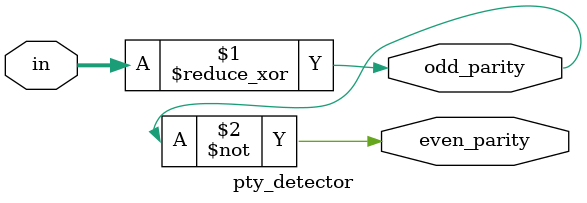
<source format=v>
module pty_detector(input [3:0] in,
					output even_parity,
					output odd_parity);
					
	assign odd_parity=^in;
	assign even_parity=~odd_parity;
	
endmodule

</source>
